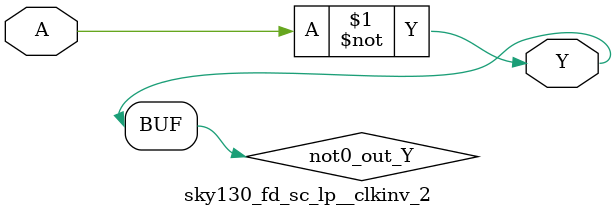
<source format=v>
/*
 * Copyright 2020 The SkyWater PDK Authors
 *
 * Licensed under the Apache License, Version 2.0 (the "License");
 * you may not use this file except in compliance with the License.
 * You may obtain a copy of the License at
 *
 *     https://www.apache.org/licenses/LICENSE-2.0
 *
 * Unless required by applicable law or agreed to in writing, software
 * distributed under the License is distributed on an "AS IS" BASIS,
 * WITHOUT WARRANTIES OR CONDITIONS OF ANY KIND, either express or implied.
 * See the License for the specific language governing permissions and
 * limitations under the License.
 *
 * SPDX-License-Identifier: Apache-2.0
*/


`ifndef SKY130_FD_SC_LP__CLKINV_2_FUNCTIONAL_V
`define SKY130_FD_SC_LP__CLKINV_2_FUNCTIONAL_V

/**
 * clkinv: Clock tree inverter.
 *
 * Verilog simulation functional model.
 */

`timescale 1ns / 1ps
`default_nettype none

`celldefine
module sky130_fd_sc_lp__clkinv_2 (
    Y,
    A
);

    // Module ports
    output Y;
    input  A;

    // Local signals
    wire not0_out_Y;

    //  Name  Output      Other arguments
    not not0 (not0_out_Y, A              );
    buf buf0 (Y         , not0_out_Y     );

endmodule
`endcelldefine

`default_nettype wire
`endif  // SKY130_FD_SC_LP__CLKINV_2_FUNCTIONAL_V

</source>
